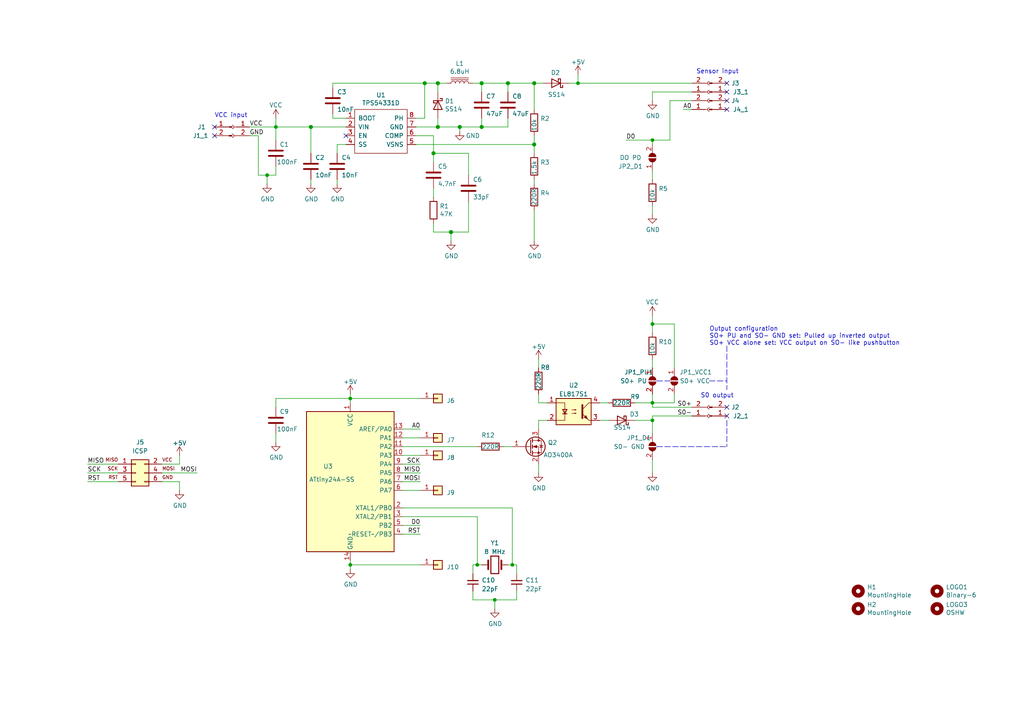
<source format=kicad_sch>
(kicad_sch (version 20210621) (generator eeschema)
  (paper "A4")
  (title_block (title "LasS0") (date "2021-06-03") (rev "v0.1"))
  (lib_symbols
    (symbol "Connector:Conn_01x02_Female" (pin_names (offset 1.016) hide)
      (property "Reference" "J" (at 0 2.54 0))
      (property "Value" "Conn_01x02_Female" (at 0 -5.08 0))
      (symbol "Conn_01x02_Female_1_1"
        (arc (start 0 -2.032) (end 0 -3.048) (radius (at 0 -2.54) (length 0.508) (angles 90.1 -90.1)) (stroke (width 0.1524)))
        (arc (start 0 0.508) (end 0 -0.508) (radius (at 0 0) (length 0.508) (angles 90.1 -90.1)) (stroke (width 0.1524)))
        (polyline (pts (xy -1.27 -2.54) (xy -0.508 -2.54)) (stroke (width 0.1524)))
        (polyline (pts (xy -1.27 0) (xy -0.508 0)) (stroke (width 0.1524)))
        (pin passive line (at -5.08 0 0) (length 3.81) (name "Pin_1") (number "1"))
        (pin passive line (at -5.08 -2.54 0) (length 3.81) (name "Pin_2") (number "2"))
      )
    )
    (symbol "Connector:Conn_01x02_Male" (pin_names (offset 1.016) hide)
      (property "Reference" "J" (at 0 2.54 0))
      (property "Value" "Conn_01x02_Male" (at 0 -5.08 0))
      (symbol "Conn_01x02_Male_1_1"
        (rectangle (start 0.8636 -2.413) (end 0 -2.667) (stroke (width 0.1524)) (fill (type outline)))
        (rectangle (start 0.8636 0.127) (end 0 -0.127) (stroke (width 0.1524)) (fill (type outline)))
        (polyline (pts (xy 1.27 -2.54) (xy 0.8636 -2.54)) (stroke (width 0.1524)))
        (polyline (pts (xy 1.27 0) (xy 0.8636 0)) (stroke (width 0.1524)))
        (pin passive line (at 5.08 0 180) (length 3.81) (name "Pin_1") (number "1"))
        (pin passive line (at 5.08 -2.54 180) (length 3.81) (name "Pin_2") (number "2"))
      )
    )
    (symbol "Connector_Generic:Conn_01x01" (pin_names (offset 1.016) hide)
      (property "Reference" "J" (at 0 2.54 0))
      (property "Value" "Conn_01x01" (at 0 -2.54 0))
      (symbol "Conn_01x01_1_1"
        (rectangle (start -1.27 0.127) (end 0 -0.127) (stroke (width 0.1524)))
        (rectangle (start -1.27 1.27) (end 1.27 -1.27) (stroke (width 0.254)) (fill (type background)))
        (pin passive line (at -5.08 0 0) (length 3.81) (name "Pin_1") (number "1"))
      )
    )
    (symbol "Device:C" (pin_numbers hide) (pin_names (offset 0.254))
      (property "Reference" "C" (at 0.635 2.54 0))
      (property "Value" "C" (at 0.635 -2.54 0))
      (symbol "C_0_1"
        (polyline (pts (xy -2.032 -0.762) (xy 2.032 -0.762)) (stroke (width 0.508)))
        (polyline (pts (xy -2.032 0.762) (xy 2.032 0.762)) (stroke (width 0.508)))
      )
      (symbol "C_1_1"
        (pin passive line (at 0 3.81 270) (length 2.794) (name "~") (number "1"))
        (pin passive line (at 0 -3.81 90) (length 2.794) (name "~") (number "2"))
      )
    )
    (symbol "Device:C_Small" (pin_numbers hide) (pin_names (offset 0.254) hide)
      (property "Reference" "C" (at 0.254 1.778 0))
      (property "Value" "C_Small" (at 0.254 -2.032 0))
      (symbol "C_Small_0_1"
        (polyline (pts (xy -1.524 -0.508) (xy 1.524 -0.508)) (stroke (width 0.3302)))
        (polyline (pts (xy -1.524 0.508) (xy 1.524 0.508)) (stroke (width 0.3048)))
      )
      (symbol "C_Small_1_1"
        (pin passive line (at 0 2.54 270) (length 2.032) (name "~") (number "1"))
        (pin passive line (at 0 -2.54 90) (length 2.032) (name "~") (number "2"))
      )
    )
    (symbol "Device:Crystal" (pin_numbers hide) (pin_names (offset 1.016) hide)
      (property "Reference" "Y" (at 0 3.81 0))
      (property "Value" "Crystal" (at 0 -3.81 0))
      (symbol "Crystal_0_1"
        (rectangle (start -1.143 2.54) (end 1.143 -2.54) (stroke (width 0.3048)))
        (polyline (pts (xy -2.54 0) (xy -1.905 0)))
        (polyline (pts (xy -1.905 -1.27) (xy -1.905 1.27)) (stroke (width 0.508)))
        (polyline (pts (xy 1.905 -1.27) (xy 1.905 1.27)) (stroke (width 0.508)))
        (polyline (pts (xy 2.54 0) (xy 1.905 0)))
      )
      (symbol "Crystal_1_1"
        (pin passive line (at -3.81 0 0) (length 1.27) (name "1") (number "1"))
        (pin passive line (at 3.81 0 180) (length 1.27) (name "2") (number "2"))
      )
    )
    (symbol "Device:L_Iron" (pin_numbers hide) (pin_names (offset 1.016) hide)
      (property "Reference" "L" (at -1.27 0 90))
      (property "Value" "L_Iron" (at 2.794 0 90))
      (symbol "L_Iron_0_1"
        (arc (start 0 -2.54) (end 0 -1.27) (radius (at 0 -1.905) (length 0.635) (angles -89.9 89.9)))
        (arc (start 0 -1.27) (end 0 0) (radius (at 0 -0.635) (length 0.635) (angles -89.9 89.9)))
        (arc (start 0 0) (end 0 1.27) (radius (at 0 0.635) (length 0.635) (angles -89.9 89.9)))
        (arc (start 0 1.27) (end 0 2.54) (radius (at 0 1.905) (length 0.635) (angles -89.9 89.9)))
        (polyline (pts (xy 1.016 2.54) (xy 1.016 -2.54)))
        (polyline (pts (xy 1.524 -2.54) (xy 1.524 2.54)))
      )
      (symbol "L_Iron_1_1"
        (pin passive line (at 0 3.81 270) (length 1.27) (name "1") (number "1"))
        (pin passive line (at 0 -3.81 90) (length 1.27) (name "2") (number "2"))
      )
    )
    (symbol "Device:R" (pin_numbers hide) (pin_names (offset 0))
      (property "Reference" "R" (at 2.032 0 90))
      (property "Value" "R" (at 0 0 90))
      (symbol "R_0_1"
        (rectangle (start -1.016 -2.54) (end 1.016 2.54) (stroke (width 0.254)))
      )
      (symbol "R_1_1"
        (pin passive line (at 0 3.81 270) (length 1.27) (name "~") (number "1"))
        (pin passive line (at 0 -3.81 90) (length 1.27) (name "~") (number "2"))
      )
    )
    (symbol "Isolator:LTV-817S" (pin_names (offset 1.016))
      (property "Reference" "U" (at -3.81 5.08 0))
      (property "Value" "LTV-817S" (at 0 -5.08 0))
      (symbol "LTV-817S_1_1"
        (rectangle (start -5.08 3.81) (end 5.08 -3.81) (stroke (width 0.254)) (fill (type background)))
        (polyline (pts (xy -3.175 -0.635) (xy -1.905 -0.635)) (stroke (width 0.254)))
        (polyline (pts (xy 2.54 0.635) (xy 4.445 2.54)))
        (polyline (pts (xy 4.445 -2.54) (xy 5.08 -2.54)))
        (polyline (pts (xy 4.445 2.54) (xy 5.08 2.54)))
        (polyline (pts (xy -5.08 2.54) (xy -2.54 2.54) (xy -2.54 -0.762)))
        (polyline (pts (xy -2.54 -0.635) (xy -2.54 -2.54) (xy -5.08 -2.54)))
        (polyline (pts (xy 2.54 1.905) (xy 2.54 -1.905) (xy 2.54 -1.905)) (stroke (width 0.508)))
        (polyline (pts (xy -2.54 -0.635) (xy -3.175 0.635) (xy -1.905 0.635) (xy -2.54 -0.635)) (stroke (width 0.254)))
        (polyline (pts (xy -0.508 -0.508) (xy 0.762 -0.508) (xy 0.381 -0.635) (xy 0.381 -0.381) (xy 0.762 -0.508)))
        (polyline (pts (xy -0.508 0.508) (xy 0.762 0.508) (xy 0.381 0.381) (xy 0.381 0.635) (xy 0.762 0.508)))
        (polyline (pts (xy 4.445 -2.54) (xy 2.54 -0.635)) (fill (type outline)))
        (polyline (pts (xy 3.048 -1.651) (xy 3.556 -1.143) (xy 4.064 -2.159) (xy 3.048 -1.651) (xy 3.048 -1.651)) (fill (type outline)))
        (pin passive line (at -7.62 2.54 0) (length 2.54) (name "~") (number "1"))
        (pin passive line (at -7.62 -2.54 0) (length 2.54) (name "~") (number "2"))
        (pin passive line (at 7.62 -2.54 180) (length 2.54) (name "~") (number "3"))
        (pin passive line (at 7.62 2.54 180) (length 2.54) (name "~") (number "4"))
      )
    )
    (symbol "Jumper:SolderJumper_2_Open" (pin_names (offset 0) hide)
      (property "Reference" "JP" (at 0 2.032 0))
      (property "Value" "SolderJumper_2_Open" (at 0 -2.54 0))
      (symbol "SolderJumper_2_Open_0_1"
        (arc (start -0.254 1.016) (end -0.254 -1.016) (radius (at -0.254 0) (length 1.016) (angles 90.1 -90.1)))
        (arc (start 0.254 -1.016) (end 0.254 1.016) (radius (at 0.254 0) (length 1.016) (angles -89.9 89.9)))
        (arc (start -0.254 1.016) (end -0.254 -1.016) (radius (at -0.254 0) (length 1.016) (angles 90.1 -90.1)) (fill (type outline)))
        (arc (start 0.254 -1.016) (end 0.254 1.016) (radius (at 0.254 0) (length 1.016) (angles -89.9 89.9)) (fill (type outline)))
        (polyline (pts (xy -0.254 1.016) (xy -0.254 -1.016)))
        (polyline (pts (xy 0.254 1.016) (xy 0.254 -1.016)))
      )
      (symbol "SolderJumper_2_Open_1_1"
        (pin passive line (at -3.81 0 0) (length 2.54) (name "A") (number "1"))
        (pin passive line (at 3.81 0 180) (length 2.54) (name "B") (number "2"))
      )
    )
    (symbol "MCU_Microchip_ATtiny:ATtiny24A-SS"
      (property "Reference" "U" (at -12.7 21.59 0))
      (property "Value" "ATtiny24A-SS" (at 2.54 -21.59 0))
      (symbol "ATtiny24A-SS_0_1"
        (rectangle (start -12.7 -20.32) (end 12.7 20.32) (stroke (width 0.254)) (fill (type background)))
      )
      (symbol "ATtiny24A-SS_1_1"
        (pin power_in line (at 0 22.86 270) (length 2.54) (name "VCC") (number "1"))
        (pin bidirectional line (at 15.24 7.62 180) (length 2.54) (name "PA3") (number "10"))
        (pin bidirectional line (at 15.24 10.16 180) (length 2.54) (name "PA2") (number "11"))
        (pin bidirectional line (at 15.24 12.7 180) (length 2.54) (name "PA1") (number "12"))
        (pin bidirectional line (at 15.24 15.24 180) (length 2.54) (name "AREF/PA0") (number "13"))
        (pin power_in line (at 0 -22.86 90) (length 2.54) (name "GND") (number "14"))
        (pin bidirectional line (at 15.24 -7.62 180) (length 2.54) (name "XTAL1/PB0") (number "2"))
        (pin bidirectional line (at 15.24 -10.16 180) (length 2.54) (name "XTAL2/PB1") (number "3"))
        (pin bidirectional line (at 15.24 -15.24 180) (length 2.54) (name "~RESET~/PB3") (number "4"))
        (pin bidirectional line (at 15.24 -12.7 180) (length 2.54) (name "PB2") (number "5"))
        (pin bidirectional line (at 15.24 -2.54 180) (length 2.54) (name "PA7") (number "6"))
        (pin bidirectional line (at 15.24 0 180) (length 2.54) (name "PA6") (number "7"))
        (pin bidirectional line (at 15.24 2.54 180) (length 2.54) (name "PA5") (number "8"))
        (pin bidirectional line (at 15.24 5.08 180) (length 2.54) (name "PA4") (number "9"))
      )
    )
    (symbol "Mechanical:MountingHole" (pin_names (offset 1.016))
      (property "Reference" "H" (at 0 5.08 0))
      (property "Value" "MountingHole" (at 0 3.175 0))
      (symbol "MountingHole_0_1"
        (circle (center 0 0) (radius 1.27) (stroke (width 1.27)))
      )
    )
    (symbol "MeineBib:ICSP" (pin_names (offset 1.016) hide)
      (property "Reference" "J" (at 1.27 5.08 0))
      (property "Value" "ICSP" (at 1.27 -5.08 0))
      (symbol "ICSP_0_0"
        (text "GND" (at 7.62 -1.27 0) (effects (font (size 0.9906 0.9906)) (justify left)))
        (text "MISO" (at -5.08 3.81 0) (effects (font (size 0.9906 0.9906)) (justify right)))
        (text "MOSI" (at 7.62 1.27 0) (effects (font (size 0.9906 0.9906)) (justify left)))
        (text "RST" (at -5.08 -1.27 0) (effects (font (size 0.9906 0.9906)) (justify right)))
        (text "SCK" (at -5.08 1.27 0) (effects (font (size 0.9906 0.9906)) (justify right)))
        (text "VCC" (at 7.62 3.81 0) (effects (font (size 0.9906 0.9906)) (justify left)))
      )
      (symbol "ICSP_1_1"
        (rectangle (start -1.27 -2.413) (end 0 -2.667) (stroke (width 0.1524)))
        (rectangle (start -1.27 0.127) (end 0 -0.127) (stroke (width 0.1524)))
        (rectangle (start -1.27 2.667) (end 0 2.413) (stroke (width 0.1524)))
        (rectangle (start 3.81 -2.413) (end 2.54 -2.667) (stroke (width 0.1524)))
        (rectangle (start 3.81 0.127) (end 2.54 -0.127) (stroke (width 0.1524)))
        (rectangle (start 3.81 2.667) (end 2.54 2.413) (stroke (width 0.1524)))
        (rectangle (start -1.27 3.81) (end 3.81 -3.81) (stroke (width 0.254)) (fill (type background)))
        (pin passive line (at -5.08 2.54 0) (length 3.81) (name "MISO") (number "1"))
        (pin passive line (at 7.62 2.54 180) (length 3.81) (name "VCC") (number "2"))
        (pin passive line (at -5.08 0 0) (length 3.81) (name "SCK") (number "3"))
        (pin passive line (at 7.62 0 180) (length 3.81) (name "MOSI") (number "4"))
        (pin passive line (at -5.08 -2.54 0) (length 3.81) (name "RST") (number "5"))
        (pin passive line (at 7.62 -2.54 180) (length 3.81) (name "GND") (number "6"))
      )
    )
    (symbol "MeineBibli:SS14" (pin_numbers hide) (pin_names (offset 1.016) hide)
      (property "Reference" "D" (at 0 2.54 0))
      (property "Value" "SS14" (at 0 -2.54 0))
      (symbol "SS14_0_1"
        (polyline (pts (xy 1.27 0) (xy -1.27 0)))
        (polyline (pts (xy 1.27 1.27) (xy 1.27 -1.27) (xy -1.27 0) (xy 1.27 1.27)) (stroke (width 0.254)))
        (polyline (pts (xy -1.905 0.635) (xy -1.905 1.27) (xy -1.27 1.27) (xy -1.27 -1.27) (xy -0.635 -1.27) (xy -0.635 -0.635)) (stroke (width 0.254)))
      )
      (symbol "SS14_1_1"
        (pin passive line (at -3.81 0 0) (length 2.54) (name "K") (number "1"))
        (pin passive line (at 3.81 0 180) (length 2.54) (name "A") (number "2"))
      )
    )
    (symbol "MeineBibli:TPS54331D" (pin_names (offset 1.016))
      (property "Reference" "U" (at 0 10.16 0))
      (property "Value" "TPS54331D" (at 0 7.62 0))
      (property "LCSC" "C9865" (at 0 0 0))
      (symbol "TPS54331D_0_0"
        (pin input line (at -10.16 3.81 0) (length 2.54) (name "BOOT") (number "1"))
        (pin passive line (at -10.16 1.27 0) (length 2.54) (name "VIN") (number "2"))
        (pin input line (at -10.16 -1.27 0) (length 2.54) (name "EN") (number "3"))
        (pin input line (at -10.16 -3.81 0) (length 2.54) (name "SS") (number "4"))
        (pin input line (at 10.16 -3.81 180) (length 2.54) (name "VSNS") (number "5"))
        (pin input line (at 10.16 -1.27 180) (length 2.54) (name "COMP") (number "6"))
        (pin passive line (at 10.16 1.27 180) (length 2.54) (name "GND") (number "7"))
        (pin output line (at 10.16 3.81 180) (length 2.54) (name "PH") (number "8"))
      )
      (symbol "TPS54331D_0_1"
        (rectangle (start -7.62 6.35) (end 7.62 -6.35))
      )
    )
    (symbol "Transistor_FET:AO3400A" (pin_names hide)
      (property "Reference" "Q" (at 5.08 1.905 0))
      (property "Value" "AO3400A" (at 5.08 0 0))
      (symbol "AO3400A_0_1"
        (circle (center 1.651 0) (radius 2.794) (stroke (width 0.254)))
        (circle (center 2.54 -1.778) (radius 0.254) (fill (type outline)))
        (circle (center 2.54 1.778) (radius 0.254) (fill (type outline)))
        (polyline (pts (xy 0.254 0) (xy -2.54 0)))
        (polyline (pts (xy 0.254 1.905) (xy 0.254 -1.905)) (stroke (width 0.254)))
        (polyline (pts (xy 0.762 -1.27) (xy 0.762 -2.286)) (stroke (width 0.254)))
        (polyline (pts (xy 0.762 0.508) (xy 0.762 -0.508)) (stroke (width 0.254)))
        (polyline (pts (xy 0.762 2.286) (xy 0.762 1.27)) (stroke (width 0.254)))
        (polyline (pts (xy 2.54 2.54) (xy 2.54 1.778)))
        (polyline (pts (xy 2.54 -2.54) (xy 2.54 0) (xy 0.762 0)))
        (polyline (pts (xy 0.762 -1.778) (xy 3.302 -1.778) (xy 3.302 1.778) (xy 0.762 1.778)))
        (polyline (pts (xy 2.794 0.508) (xy 2.921 0.381) (xy 3.683 0.381) (xy 3.81 0.254)))
        (polyline (pts (xy 3.302 0.381) (xy 2.921 -0.254) (xy 3.683 -0.254) (xy 3.302 0.381)))
        (polyline (pts (xy 1.016 0) (xy 2.032 0.381) (xy 2.032 -0.381) (xy 1.016 0)) (fill (type outline)))
      )
      (symbol "AO3400A_1_1"
        (pin input line (at -5.08 0 0) (length 2.54) (name "G") (number "1"))
        (pin passive line (at 2.54 -5.08 90) (length 2.54) (name "S") (number "2"))
        (pin passive line (at 2.54 5.08 270) (length 2.54) (name "D") (number "3"))
      )
    )
    (symbol "power:+5V" (power) (pin_names (offset 0))
      (property "Value" "+5V" (at 0 3.556 0))
      (symbol "+5V_0_1"
        (polyline (pts (xy -0.762 1.27) (xy 0 2.54)))
        (polyline (pts (xy 0 0) (xy 0 2.54)))
        (polyline (pts (xy 0 2.54) (xy 0.762 1.27)))
      )
      (symbol "+5V_1_1"
        (pin power_in line (at 0 0 90) (length 0) hide (name "+5V") (number "1"))
      )
    )
    (symbol "power:GND" (power) (pin_names (offset 0))
      (property "Value" "GND" (at 0 -3.81 0))
      (symbol "GND_0_1"
        (polyline (pts (xy 0 0) (xy 0 -1.27) (xy 1.27 -1.27) (xy 0 -2.54) (xy -1.27 -1.27) (xy 0 -1.27)))
      )
      (symbol "GND_1_1"
        (pin power_in line (at 0 0 270) (length 0) hide (name "GND") (number "1"))
      )
    )
    (symbol "power:VCC" (power) (pin_names (offset 0))
      (property "Value" "VCC" (at 0 3.81 0))
      (symbol "VCC_0_1"
        (polyline (pts (xy -0.762 1.27) (xy 0 2.54)))
        (polyline (pts (xy 0 0) (xy 0 2.54)))
        (polyline (pts (xy 0 2.54) (xy 0.762 1.27)))
      )
      (symbol "VCC_1_1"
        (pin power_in line (at 0 0 90) (length 0) hide (name "VCC") (number "1"))
      )
    )
  )
  (junction (at 77.47 50.8) (diameter 0.9144))
  (junction (at 80.01 36.83) (diameter 0.9144))
  (junction (at 90.17 36.83) (diameter 1.016))
  (junction (at 101.6 115.57) (diameter 0.9144))
  (junction (at 101.6 163.83) (diameter 0.9144))
  (junction (at 123.19 24.13) (diameter 1.016))
  (junction (at 125.73 44.45) (diameter 1.016))
  (junction (at 127 24.13) (diameter 1.016))
  (junction (at 127 36.83) (diameter 1.016))
  (junction (at 130.81 67.31) (diameter 1.016))
  (junction (at 133.35 36.83) (diameter 1.016))
  (junction (at 138.43 163.83) (diameter 0.9144))
  (junction (at 139.7 24.13) (diameter 1.016))
  (junction (at 139.7 36.83) (diameter 1.016))
  (junction (at 143.51 173.99) (diameter 0.9144))
  (junction (at 147.32 24.13) (diameter 1.016))
  (junction (at 148.59 163.83) (diameter 0.9144))
  (junction (at 154.94 24.13) (diameter 1.016))
  (junction (at 154.94 41.91) (diameter 1.016))
  (junction (at 167.64 24.13) (diameter 0.9144))
  (junction (at 189.23 40.64) (diameter 0.9144))
  (junction (at 189.23 93.98) (diameter 0.9144))
  (junction (at 189.23 116.84) (diameter 0.9144))
  (junction (at 189.23 121.92) (diameter 0.9144))
  (no_connect (at 62.23 36.83))
  (no_connect (at 62.23 39.37))
  (no_connect (at 100.33 39.37))
  (no_connect (at 210.82 24.13))
  (no_connect (at 210.82 26.67))
  (no_connect (at 210.82 29.21))
  (no_connect (at 210.82 31.75))
  (no_connect (at 210.82 118.11))
  (no_connect (at 210.82 120.65))
  (wire (pts (xy 25.4 134.62) (xy 34.29 134.62)))
  (wire (pts (xy 25.4 137.16) (xy 34.29 137.16)))
  (wire (pts (xy 25.4 139.7) (xy 34.29 139.7)))
  (wire (pts (xy 46.99 134.62) (xy 52.07 134.62)))
  (wire (pts (xy 46.99 137.16) (xy 57.15 137.16)))
  (wire (pts (xy 46.99 139.7) (xy 52.07 139.7)))
  (wire (pts (xy 52.07 134.62) (xy 52.07 132.08)))
  (wire (pts (xy 52.07 139.7) (xy 52.07 142.24)))
  (wire (pts (xy 72.39 36.83) (xy 80.01 36.83)))
  (wire (pts (xy 72.39 39.37) (xy 74.93 39.37)))
  (wire (pts (xy 74.93 39.37) (xy 74.93 50.8)))
  (wire (pts (xy 77.47 50.8) (xy 74.93 50.8)))
  (wire (pts (xy 77.47 50.8) (xy 80.01 50.8)))
  (wire (pts (xy 77.47 53.34) (xy 77.47 50.8)))
  (wire (pts (xy 80.01 34.29) (xy 80.01 36.83)))
  (wire (pts (xy 80.01 36.83) (xy 80.01 40.64)))
  (wire (pts (xy 80.01 36.83) (xy 90.17 36.83)))
  (wire (pts (xy 80.01 48.26) (xy 80.01 50.8)))
  (wire (pts (xy 80.01 115.57) (xy 80.01 118.11)))
  (wire (pts (xy 80.01 125.73) (xy 80.01 128.27)))
  (wire (pts (xy 90.17 36.83) (xy 90.17 44.45)))
  (wire (pts (xy 90.17 52.07) (xy 90.17 53.34)))
  (wire (pts (xy 96.52 24.13) (xy 96.52 25.4)))
  (wire (pts (xy 96.52 24.13) (xy 123.19 24.13)))
  (wire (pts (xy 96.52 34.29) (xy 96.52 33.02)))
  (wire (pts (xy 97.79 41.91) (xy 97.79 44.45)))
  (wire (pts (xy 97.79 52.07) (xy 97.79 53.34)))
  (wire (pts (xy 100.33 34.29) (xy 96.52 34.29)))
  (wire (pts (xy 100.33 36.83) (xy 90.17 36.83)))
  (wire (pts (xy 100.33 41.91) (xy 97.79 41.91)))
  (wire (pts (xy 101.6 114.3) (xy 101.6 115.57)))
  (wire (pts (xy 101.6 115.57) (xy 80.01 115.57)))
  (wire (pts (xy 101.6 115.57) (xy 101.6 116.84)))
  (wire (pts (xy 101.6 115.57) (xy 121.92 115.57)))
  (wire (pts (xy 101.6 162.56) (xy 101.6 163.83)))
  (wire (pts (xy 101.6 163.83) (xy 101.6 165.1)))
  (wire (pts (xy 101.6 163.83) (xy 121.92 163.83)))
  (wire (pts (xy 116.84 124.46) (xy 121.92 124.46)))
  (wire (pts (xy 116.84 127) (xy 121.92 127)))
  (wire (pts (xy 116.84 129.54) (xy 138.43 129.54)))
  (wire (pts (xy 116.84 132.08) (xy 121.92 132.08)))
  (wire (pts (xy 116.84 134.62) (xy 121.92 134.62)))
  (wire (pts (xy 116.84 137.16) (xy 121.92 137.16)))
  (wire (pts (xy 116.84 139.7) (xy 121.92 139.7)))
  (wire (pts (xy 116.84 142.24) (xy 121.92 142.24)))
  (wire (pts (xy 116.84 147.32) (xy 148.59 147.32)))
  (wire (pts (xy 116.84 149.86) (xy 138.43 149.86)))
  (wire (pts (xy 116.84 152.4) (xy 121.92 152.4)))
  (wire (pts (xy 116.84 154.94) (xy 121.92 154.94)))
  (wire (pts (xy 120.65 34.29) (xy 123.19 34.29)))
  (wire (pts (xy 120.65 36.83) (xy 127 36.83)))
  (wire (pts (xy 120.65 39.37) (xy 125.73 39.37)))
  (wire (pts (xy 120.65 41.91) (xy 154.94 41.91)))
  (wire (pts (xy 123.19 24.13) (xy 123.19 34.29)))
  (wire (pts (xy 125.73 39.37) (xy 125.73 44.45)))
  (wire (pts (xy 125.73 44.45) (xy 125.73 46.99)))
  (wire (pts (xy 125.73 44.45) (xy 135.89 44.45)))
  (wire (pts (xy 125.73 54.61) (xy 125.73 57.15)))
  (wire (pts (xy 125.73 64.77) (xy 125.73 67.31)))
  (wire (pts (xy 125.73 67.31) (xy 130.81 67.31)))
  (wire (pts (xy 127 24.13) (xy 123.19 24.13)))
  (wire (pts (xy 127 24.13) (xy 127 26.67)))
  (wire (pts (xy 127 24.13) (xy 129.54 24.13)))
  (wire (pts (xy 127 36.83) (xy 127 34.29)))
  (wire (pts (xy 127 36.83) (xy 133.35 36.83)))
  (wire (pts (xy 130.81 67.31) (xy 135.89 67.31)))
  (wire (pts (xy 130.81 69.85) (xy 130.81 67.31)))
  (wire (pts (xy 133.35 36.83) (xy 139.7 36.83)))
  (wire (pts (xy 133.35 38.1) (xy 133.35 36.83)))
  (wire (pts (xy 135.89 44.45) (xy 135.89 50.8)))
  (wire (pts (xy 135.89 67.31) (xy 135.89 58.42)))
  (wire (pts (xy 137.16 24.13) (xy 139.7 24.13)))
  (wire (pts (xy 137.16 163.83) (xy 138.43 163.83)))
  (wire (pts (xy 137.16 166.37) (xy 137.16 163.83)))
  (wire (pts (xy 137.16 171.45) (xy 137.16 173.99)))
  (wire (pts (xy 137.16 173.99) (xy 143.51 173.99)))
  (wire (pts (xy 138.43 149.86) (xy 138.43 163.83)))
  (wire (pts (xy 138.43 163.83) (xy 139.7 163.83)))
  (wire (pts (xy 139.7 24.13) (xy 139.7 26.67)))
  (wire (pts (xy 139.7 24.13) (xy 147.32 24.13)))
  (wire (pts (xy 139.7 36.83) (xy 139.7 34.29)))
  (wire (pts (xy 143.51 173.99) (xy 143.51 176.53)))
  (wire (pts (xy 143.51 173.99) (xy 149.86 173.99)))
  (wire (pts (xy 146.05 129.54) (xy 148.59 129.54)))
  (wire (pts (xy 147.32 24.13) (xy 147.32 26.67)))
  (wire (pts (xy 147.32 24.13) (xy 154.94 24.13)))
  (wire (pts (xy 147.32 34.29) (xy 147.32 36.83)))
  (wire (pts (xy 147.32 36.83) (xy 139.7 36.83)))
  (wire (pts (xy 147.32 163.83) (xy 148.59 163.83)))
  (wire (pts (xy 148.59 147.32) (xy 148.59 163.83)))
  (wire (pts (xy 148.59 163.83) (xy 149.86 163.83)))
  (wire (pts (xy 149.86 163.83) (xy 149.86 166.37)))
  (wire (pts (xy 149.86 173.99) (xy 149.86 171.45)))
  (wire (pts (xy 154.94 24.13) (xy 157.48 24.13)))
  (wire (pts (xy 154.94 31.75) (xy 154.94 24.13)))
  (wire (pts (xy 154.94 41.91) (xy 154.94 39.37)))
  (wire (pts (xy 154.94 44.45) (xy 154.94 41.91)))
  (wire (pts (xy 154.94 52.07) (xy 154.94 53.34)))
  (wire (pts (xy 154.94 60.96) (xy 154.94 69.85)))
  (wire (pts (xy 156.21 104.14) (xy 156.21 106.68)))
  (wire (pts (xy 156.21 114.3) (xy 156.21 116.84)))
  (wire (pts (xy 156.21 116.84) (xy 158.75 116.84)))
  (wire (pts (xy 156.21 121.92) (xy 158.75 121.92)))
  (wire (pts (xy 156.21 124.46) (xy 156.21 121.92)))
  (wire (pts (xy 156.21 134.62) (xy 156.21 137.16)))
  (wire (pts (xy 165.1 24.13) (xy 167.64 24.13)))
  (wire (pts (xy 167.64 21.59) (xy 167.64 24.13)))
  (wire (pts (xy 167.64 24.13) (xy 200.66 24.13)))
  (wire (pts (xy 173.99 116.84) (xy 176.53 116.84)))
  (wire (pts (xy 173.99 121.92) (xy 176.53 121.92)))
  (wire (pts (xy 181.61 40.64) (xy 189.23 40.64)))
  (wire (pts (xy 184.15 116.84) (xy 189.23 116.84)))
  (wire (pts (xy 189.23 26.67) (xy 189.23 29.21)))
  (wire (pts (xy 189.23 40.64) (xy 189.23 41.91)))
  (wire (pts (xy 189.23 40.64) (xy 194.31 40.64)))
  (wire (pts (xy 189.23 49.53) (xy 189.23 52.07)))
  (wire (pts (xy 189.23 59.69) (xy 189.23 62.23)))
  (wire (pts (xy 189.23 91.44) (xy 189.23 93.98)))
  (wire (pts (xy 189.23 93.98) (xy 189.23 96.52)))
  (wire (pts (xy 189.23 104.14) (xy 189.23 106.68)))
  (wire (pts (xy 189.23 114.3) (xy 189.23 116.84)))
  (wire (pts (xy 189.23 116.84) (xy 189.23 118.11)))
  (wire (pts (xy 189.23 116.84) (xy 195.58 116.84)))
  (wire (pts (xy 189.23 118.11) (xy 200.66 118.11)))
  (wire (pts (xy 189.23 120.65) (xy 189.23 121.92)))
  (wire (pts (xy 189.23 121.92) (xy 184.15 121.92)))
  (wire (pts (xy 189.23 121.92) (xy 189.23 125.73)))
  (wire (pts (xy 189.23 133.35) (xy 189.23 137.16)))
  (wire (pts (xy 194.31 29.21) (xy 194.31 40.64)))
  (wire (pts (xy 194.31 29.21) (xy 200.66 29.21)))
  (wire (pts (xy 195.58 93.98) (xy 189.23 93.98)))
  (wire (pts (xy 195.58 93.98) (xy 195.58 106.68)))
  (wire (pts (xy 195.58 114.3) (xy 195.58 116.84)))
  (wire (pts (xy 198.12 31.75) (xy 200.66 31.75)))
  (wire (pts (xy 200.66 26.67) (xy 189.23 26.67)))
  (wire (pts (xy 200.66 120.65) (xy 189.23 120.65)))
  (polyline (pts (xy 190.5 110.49) (xy 194.31 110.49)) (stroke (width 0) (type dash)))
  (polyline (pts (xy 190.5 129.54) (xy 210.82 129.54)) (stroke (width 0) (type dash)))
  (polyline (pts (xy 205.74 110.49) (xy 210.82 110.49)) (stroke (width 0) (type dash)))
  (polyline (pts (xy 210.82 100.33) (xy 210.82 113.03)) (stroke (width 0) (type dash)))
  (polyline (pts (xy 210.82 121.92) (xy 210.82 129.54)) (stroke (width 0) (type dash)))
  (text "VCC input" (at 62.23 34.29 0) (effects (font (size 1.27 1.27)) (justify left bottom)))
  (text "Sensor input" (at 201.93 21.59 0) (effects (font (size 1.27 1.27)) (justify left bottom)))
  (text "S0 output" (at 203.2 115.57 0) (effects (font (size 1.27 1.27)) (justify left bottom)))
  (text "Output configuration\nSO+ PU and SO- GND set: Pulled up inverted output\nSO+ VCC alone set: VCC output on SO- like pushbutton" (at 205.74 100.33 0) (effects (font (size 1.27 1.27)) (justify left bottom)))
  (label "MISO" (at 25.4 134.62 0))
  (label "SCK" (at 25.4 137.16 0))
  (label "RST" (at 25.4 139.7 0))
  (label "MOSI" (at 57.15 137.16 180))
  (label "VCC" (at 72.39 36.83 0))
  (label "GND" (at 72.39 39.37 0))
  (label "A0" (at 121.92 124.46 180))
  (label "SCK" (at 121.92 134.62 180))
  (label "MISO" (at 121.92 137.16 180))
  (label "MOSI" (at 121.92 139.7 180))
  (label "D0" (at 121.92 152.4 180))
  (label "RST" (at 121.92 154.94 180))
  (label "D0" (at 181.61 40.64 0))
  (label "A0" (at 198.12 31.75 0))
  (label "S0+" (at 200.66 118.11 180))
  (label "S0-" (at 200.66 120.65 180))
  (symbol (lib_id "power:+5V") (at 52.07 132.08 0) (unit 1)
    (property "Reference" "#PWR09" (effects hide))
    (property "Value" "+5V" (at 52.07 128.524 0))
  )
  (symbol (lib_id "power:VCC") (at 80.01 34.29 0) (unit 1)
    (property "Reference" "#PWR02" (effects hide))
    (property "Value" "VCC" (at 80.01 30.48 0))
  )
  (symbol (lib_id "power:+5V") (at 101.6 114.3 0) (unit 1)
    (property "Reference" "#PWR017" (effects hide))
    (property "Value" "+5V" (at 101.6 110.744 0))
  )
  (symbol (lib_id "power:+5V") (at 156.21 104.14 0) (unit 1)
    (property "Reference" "#PWR011" (effects hide))
    (property "Value" "+5V" (at 156.21 100.584 0))
  )
  (symbol (lib_id "power:+5V") (at 167.64 21.59 0) (unit 1)
    (property "Reference" "#PWR08" (effects hide))
    (property "Value" "+5V" (at 167.64 18.034 0))
  )
  (symbol (lib_id "power:VCC") (at 189.23 91.44 0) (unit 1)
    (property "Reference" "#PWR013" (effects hide))
    (property "Value" "VCC" (at 189.23 87.63 0))
  )
  (symbol (lib_id "power:GND") (at 52.07 142.24 0) (unit 1)
    (property "Reference" "#PWR010" (effects hide))
    (property "Value" "GND" (at 52.197 146.6342 0))
  )
  (symbol (lib_id "power:GND") (at 77.47 53.34 0) (unit 1)
    (property "Reference" "#PWR01" (effects hide))
    (property "Value" "GND" (at 77.597 57.7342 0))
  )
  (symbol (lib_id "power:GND") (at 80.01 128.27 0) (unit 1)
    (property "Reference" "#PWR016" (effects hide))
    (property "Value" "GND" (at 80.137 132.6642 0))
  )
  (symbol (lib_id "power:GND") (at 90.17 53.34 0) (unit 1)
    (property "Reference" "#PWR03" (effects hide))
    (property "Value" "GND" (at 90.297 57.7342 0))
  )
  (symbol (lib_id "power:GND") (at 97.79 53.34 0) (unit 1)
    (property "Reference" "#PWR04" (effects hide))
    (property "Value" "GND" (at 97.917 57.7342 0))
  )
  (symbol (lib_id "power:GND") (at 101.6 165.1 0) (unit 1)
    (property "Reference" "#PWR018" (effects hide))
    (property "Value" "GND" (at 101.727 169.4942 0))
  )
  (symbol (lib_id "power:GND") (at 130.81 69.85 0) (unit 1)
    (property "Reference" "#PWR05" (effects hide))
    (property "Value" "GND" (at 130.937 74.2442 0))
  )
  (symbol (lib_id "power:GND") (at 133.35 38.1 0) (unit 1)
    (property "Reference" "#PWR06" (effects hide))
    (property "Value" "GND" (at 137.16 39.37 0))
  )
  (symbol (lib_id "power:GND") (at 143.51 176.53 0) (unit 1)
    (property "Reference" "#PWR019" (effects hide))
    (property "Value" "GND" (at 143.637 180.9242 0))
  )
  (symbol (lib_id "power:GND") (at 154.94 69.85 0) (unit 1)
    (property "Reference" "#PWR07" (effects hide))
    (property "Value" "GND" (at 155.067 74.2442 0))
  )
  (symbol (lib_id "power:GND") (at 156.21 137.16 0) (unit 1)
    (property "Reference" "#PWR012" (effects hide))
    (property "Value" "GND" (at 156.337 141.5542 0))
  )
  (symbol (lib_id "power:GND") (at 189.23 29.21 0) (unit 1)
    (property "Reference" "#PWR015" (effects hide))
    (property "Value" "GND" (at 189.357 33.6042 0))
  )
  (symbol (lib_id "power:GND") (at 189.23 62.23 0) (unit 1)
    (property "Reference" "#PWR020" (effects hide))
    (property "Value" "GND" (at 189.357 66.6242 0))
  )
  (symbol (lib_id "power:GND") (at 189.23 137.16 0) (unit 1)
    (property "Reference" "#PWR014" (effects hide))
    (property "Value" "GND" (at 189.357 141.5542 0))
  )
  (symbol (lib_id "Mechanical:MountingHole") (at 248.92 171.45 0) (unit 1) (in_bom no)
    (property "Reference" "H1" (at 251.4601 170.3006 0) (effects (justify left)))
    (property "Value" "MountingHole" (at 251.4601 172.5993 0) (effects (justify left)))
    (property "Footprint" "MeineBib:EigenesMountingHole_2.7mm_M2.5" (effects hide))
  )
  (symbol (lib_id "Mechanical:MountingHole") (at 248.92 176.53 0) (unit 1) (in_bom no)
    (property "Reference" "H2" (at 251.4601 175.3806 0) (effects (justify left)))
    (property "Value" "MountingHole" (at 251.4601 177.6793 0) (effects (justify left)))
    (property "Footprint" "MeineBib:EigenesMountingHole_2.7mm_M2.5" (effects hide))
  )
  (symbol (lib_id "Mechanical:MountingHole") (at 271.78 171.45 0) (unit 1) (in_bom no)
    (property "Reference" "LOGO1" (at 274.32 170.2816 0) (effects (justify left)))
    (property "Value" "Binary-6" (at 274.32 172.593 0) (effects (justify left)))
    (property "Footprint" "MeineBib:Binary_6_v0.1" (effects hide))
  )
  (symbol (lib_id "Mechanical:MountingHole") (at 271.78 176.53 0) (unit 1) (in_bom no)
    (property "Reference" "LOGO3" (at 274.32 175.362 0) (effects (justify left)))
    (property "Value" "OSHW" (at 274.32 177.673 0) (effects (justify left)))
    (property "Footprint" "Symbol:OSHW-Symbol_6.7x6mm_SilkScreen" (effects hide))
  )
  (symbol (lib_id "Device:L_Iron") (at 133.35 24.13 270) (mirror x) (unit 1)
    (property "Reference" "L1" (at 133.35 18.415 90))
    (property "Value" "6.8uH" (at 133.35 20.7264 90))
    (property "Footprint" "MeineBib:Sunltech_SLO0630H" (effects hide))
    (property "Datasheet" "https://datasheet.lcsc.com/szlcsc/1811091611_Sunltech-Tech-SLO0630H6R8MTT_C207841.pdf" (effects hide))
    (property "LCSC" "C207841" (effects hide))
  )
  (symbol (lib_id "Jumper:SolderJumper_2_Open") (at 189.23 45.72 270) (mirror x) (unit 1) (in_bom no)
    (property "Reference" "JP2_D1" (at 182.88 48.26 90))
    (property "Value" "DO PD" (at 182.88 45.72 90))
    (property "Footprint" "Jumper:SolderJumper-2_P1.3mm_Open_TrianglePad1.0x1.5mm" (effects hide))
  )
  (symbol (lib_id "Jumper:SolderJumper_2_Open") (at 189.23 110.49 90) (mirror x) (unit 1) (in_bom no)
    (property "Reference" "JP1_PU1" (at 185.293 107.95 90))
    (property "Value" "S0+ PU" (at 183.794 110.49 90))
    (property "Footprint" "Jumper:SolderJumper-2_P1.3mm_Open_TrianglePad1.0x1.5mm" (effects hide))
  )
  (symbol (lib_id "Jumper:SolderJumper_2_Open") (at 189.23 129.54 90) (mirror x) (unit 1) (in_bom no)
    (property "Reference" "JP1_D1" (at 185.293 127 90))
    (property "Value" "S0- GND" (at 182.524 129.54 90))
    (property "Footprint" "Jumper:SolderJumper-2_P1.3mm_Open_TrianglePad1.0x1.5mm" (effects hide))
  )
  (symbol (lib_id "Jumper:SolderJumper_2_Open") (at 195.58 110.49 90) (mirror x) (unit 1) (in_bom no)
    (property "Reference" "JP1_VCC1" (at 201.803 107.95 90))
    (property "Value" "S0+ VCC" (at 201.574 110.49 90))
    (property "Footprint" "Jumper:SolderJumper-2_P1.3mm_Open_TrianglePad1.0x1.5mm" (effects hide))
  )
  (symbol (lib_id "Connector:Conn_01x02_Male") (at 67.31 36.83 0) (mirror y) (unit 1) (on_board no)
    (property "Reference" "J1_1" (at 55.88 39.37 0) (effects (justify right)))
    (property "Value" "CiKe2PinPlug" (effects hide))
    (property "LCSC" "C71370" (effects hide))
  )
  (symbol (lib_id "Connector:Conn_01x02_Male") (at 205.74 26.67 0) (mirror x) (unit 1) (on_board no)
    (property "Reference" "J3_1" (at 217.17 26.67 0) (effects (justify right)))
    (property "Value" "CiKe2PinPlug" (effects hide))
    (property "LCSC" "C71370" (effects hide))
  )
  (symbol (lib_id "Connector:Conn_01x02_Male") (at 205.74 31.75 0) (mirror x) (unit 1) (on_board no)
    (property "Reference" "J4_1" (at 217.17 31.75 0) (effects (justify right)))
    (property "Value" "CiKe2PinPlug" (effects hide))
    (property "LCSC" "C71370" (effects hide))
  )
  (symbol (lib_id "Connector:Conn_01x02_Male") (at 205.74 120.65 0) (mirror x) (unit 1) (on_board no)
    (property "Reference" "J2_1" (at 217.17 120.65 0) (effects (justify right)))
    (property "Value" "CiKe2PinPlug" (effects hide))
    (property "LCSC" "C71370" (effects hide))
  )
  (symbol (lib_id "Connector_Generic:Conn_01x01") (at 127 115.57 0) (unit 1)
    (property "Reference" "J6" (at 129.54 116.2049 0) (effects (justify left)))
    (property "Value" "Conn_01x01" (effects hide))
    (property "Footprint" "MeineModule:PinheaderOwn" (effects hide))
  )
  (symbol (lib_id "Connector_Generic:Conn_01x01") (at 127 127 0) (unit 1)
    (property "Reference" "J7" (at 129.54 127.6349 0) (effects (justify left)))
    (property "Value" "Conn_01x01" (effects hide))
    (property "Footprint" "MeineModule:PinheaderOwn" (effects hide))
  )
  (symbol (lib_id "Connector_Generic:Conn_01x01") (at 127 132.08 0) (unit 1)
    (property "Reference" "J8" (at 129.54 132.7149 0) (effects (justify left)))
    (property "Value" "Conn_01x01" (effects hide))
    (property "Footprint" "MeineModule:PinheaderOwn" (effects hide))
  )
  (symbol (lib_id "Connector_Generic:Conn_01x01") (at 127 142.24 0) (unit 1)
    (property "Reference" "J9" (at 129.54 142.8749 0) (effects (justify left)))
    (property "Value" "Conn_01x01" (effects hide))
    (property "Footprint" "MeineModule:PinheaderOwn" (effects hide))
  )
  (symbol (lib_id "Connector_Generic:Conn_01x01") (at 127 163.83 0) (unit 1)
    (property "Reference" "J10" (at 129.54 164.4649 0) (effects (justify left)))
    (property "Value" "Conn_01x01" (effects hide))
    (property "Footprint" "MeineModule:PinheaderOwn" (effects hide))
  )
  (symbol (lib_id "Device:R") (at 125.73 60.96 0) (unit 1)
    (property "Reference" "R1" (at 127.508 59.7916 0) (effects (justify left)))
    (property "Value" "47K" (at 127.508 62.103 0) (effects (justify left)))
    (property "Footprint" "Resistor_SMD:R_0603_1608Metric" (effects hide))
    (property "LCSC" "C25819" (effects hide))
  )
  (symbol (lib_id "Device:R") (at 142.24 129.54 270) (unit 1)
    (property "Reference" "R12" (at 139.5984 126.238 90) (effects (justify left)))
    (property "Value" "220R" (at 139.7 129.54 90) (effects (justify left)))
    (property "Footprint" "Resistor_SMD:R_0603_1608Metric" (effects hide))
    (property "LCSC" "C22962" (effects hide))
  )
  (symbol (lib_id "Device:R") (at 154.94 35.56 0) (unit 1)
    (property "Reference" "R2" (at 156.718 34.3916 0) (effects (justify left)))
    (property "Value" "10k" (at 154.94 38.1 90) (effects (justify left)))
    (property "Footprint" "Resistor_SMD:R_0603_1608Metric" (effects hide))
    (property "LCSC" "C25804" (effects hide))
  )
  (symbol (lib_id "Device:R") (at 154.94 48.26 0) (unit 1)
    (property "Reference" "R3" (at 156.718 47.0916 0) (effects (justify left)))
    (property "Value" "1.5k" (at 154.94 50.8 90) (effects (justify left)))
    (property "Footprint" "Resistor_SMD:R_0603_1608Metric" (effects hide))
    (property "LCSC" "C22843" (effects hide))
  )
  (symbol (lib_id "Device:R") (at 154.94 57.15 0) (unit 1)
    (property "Reference" "R4" (at 156.718 55.9816 0) (effects (justify left)))
    (property "Value" "220R" (at 154.94 59.69 90) (effects (justify left)))
    (property "Footprint" "Resistor_SMD:R_0603_1608Metric" (effects hide))
    (property "LCSC" "C22962" (effects hide))
  )
  (symbol (lib_id "Device:R") (at 156.21 110.49 180) (unit 1)
    (property "Reference" "R8" (at 159.512 106.5784 0) (effects (justify left)))
    (property "Value" "220R" (at 156.21 107.95 90) (effects (justify left)))
    (property "Footprint" "Resistor_SMD:R_0603_1608Metric" (effects hide))
    (property "LCSC" "C22962" (effects hide))
  )
  (symbol (lib_id "Device:R") (at 180.34 116.84 90) (unit 1)
    (property "Reference" "R9" (at 185.5216 115.062 90) (effects (justify left)))
    (property "Value" "220R" (at 182.88 116.84 90) (effects (justify left)))
    (property "Footprint" "Resistor_SMD:R_0603_1608Metric" (effects hide))
    (property "LCSC" "C22962" (effects hide))
  )
  (symbol (lib_id "Device:R") (at 189.23 55.88 0) (unit 1)
    (property "Reference" "R5" (at 191.008 54.7116 0) (effects (justify left)))
    (property "Value" "10k" (at 189.23 58.42 90) (effects (justify left)))
    (property "Footprint" "Resistor_SMD:R_0603_1608Metric" (effects hide))
    (property "LCSC" "C25804" (effects hide))
  )
  (symbol (lib_id "Device:R") (at 189.23 100.33 0) (unit 1)
    (property "Reference" "R10" (at 191.008 99.1616 0) (effects (justify left)))
    (property "Value" "10k" (at 189.23 102.87 90) (effects (justify left)))
    (property "Footprint" "Resistor_SMD:R_0603_1608Metric" (effects hide))
    (property "LCSC" "C25804" (effects hide))
  )
  (symbol (lib_id "Device:C_Small") (at 137.16 168.91 180) (unit 1)
    (property "Reference" "C10" (at 139.7 168.2749 0) (effects (justify right)))
    (property "Value" "22pF" (at 139.7 170.8149 0) (effects (justify right)))
    (property "Footprint" "Capacitor_SMD:C_0603_1608Metric" (effects hide))
    (property "LCSC" "C1653" (effects hide))
  )
  (symbol (lib_id "Device:C_Small") (at 149.86 168.91 180) (unit 1)
    (property "Reference" "C11" (at 152.4 168.2749 0) (effects (justify right)))
    (property "Value" "22pF" (at 152.4 170.8149 0) (effects (justify right)))
    (property "Footprint" "Capacitor_SMD:C_0603_1608Metric" (effects hide))
    (property "LCSC" "C1653" (effects hide))
  )
  (symbol (lib_id "Connector:Conn_01x02_Female") (at 67.31 36.83 0) (mirror y) (unit 1)
    (property "Reference" "J1" (at 59.69 36.83 0) (effects (justify left)))
    (property "Value" "CiKe2PinSock" (effects hide))
    (property "Footprint" "MeineBib:Cixi_Kefa_Elec_KF2EDGR-5.08-2P" (effects hide))
    (property "LCSC" "C8383" (effects hide))
  )
  (symbol (lib_id "Connector:Conn_01x02_Female") (at 205.74 26.67 0) (mirror x) (unit 1)
    (property "Reference" "J3" (at 212.09 24.13 0) (effects (justify left)))
    (property "Value" "CiKe2PinSock" (effects hide))
    (property "Footprint" "MeineBib:Cixi_Kefa_Elec_KF2EDGR-5.08-2P" (effects hide))
    (property "LCSC" "C8383" (effects hide))
  )
  (symbol (lib_id "Connector:Conn_01x02_Female") (at 205.74 31.75 0) (mirror x) (unit 1)
    (property "Reference" "J4" (at 212.09 29.21 0) (effects (justify left)))
    (property "Value" "CiKe2PinSock" (effects hide))
    (property "Footprint" "MeineBib:Cixi_Kefa_Elec_KF2EDGR-5.08-2P" (effects hide))
    (property "LCSC" "C8383" (effects hide))
  )
  (symbol (lib_id "Connector:Conn_01x02_Female") (at 205.74 120.65 0) (mirror x) (unit 1)
    (property "Reference" "J2" (at 212.09 118.11 0) (effects (justify left)))
    (property "Value" "CiKe2PinSock" (effects hide))
    (property "Footprint" "MeineBib:Cixi_Kefa_Elec_KF2EDGR-5.08-2P" (effects hide))
    (property "LCSC" "C8383" (effects hide))
  )
  (symbol (lib_id "MeineBibli:SS14") (at 127 30.48 270) (unit 1)
    (property "Reference" "D1" (at 129.032 29.3116 90) (effects (justify left)))
    (property "Value" "SS14" (at 129.032 31.623 90) (effects (justify left)))
    (property "Footprint" "Diode_SMD:D_SMA" (effects hide))
    (property "Datasheet" "https://datasheet.lcsc.com/szlcsc/1903051003_MDD-Jiangsu-Yutai-Elec-SS14_C2480.pdf" (effects hide))
    (property "LCSC" "C2480" (effects hide))
  )
  (symbol (lib_id "MeineBibli:SS14") (at 161.29 24.13 180) (unit 1)
    (property "Reference" "D2" (at 162.4584 21.082 0) (effects (justify left)))
    (property "Value" "SS14" (at 163.957 27.432 0) (effects (justify left)))
    (property "Footprint" "Diode_SMD:D_SMA" (effects hide))
    (property "Datasheet" "https://datasheet.lcsc.com/szlcsc/1903051003_MDD-Jiangsu-Yutai-Elec-SS14_C2480.pdf" (effects hide))
    (property "LCSC" "C2480" (effects hide))
  )
  (symbol (lib_id "MeineBibli:SS14") (at 180.34 121.92 180) (unit 1)
    (property "Reference" "D3" (at 185.3184 120.142 0) (effects (justify left)))
    (property "Value" "SS14" (at 183.007 123.952 0) (effects (justify left)))
    (property "Footprint" "Diode_SMD:D_SMA" (effects hide))
    (property "Datasheet" "https://datasheet.lcsc.com/szlcsc/1903051003_MDD-Jiangsu-Yutai-Elec-SS14_C2480.pdf" (effects hide))
    (property "LCSC" "C2480" (effects hide))
  )
  (symbol (lib_id "Device:C") (at 80.01 44.45 180) (unit 1)
    (property "Reference" "C1" (at 83.82 41.91 0) (effects (justify left)))
    (property "Value" "100nF" (at 86.36 46.99 0) (effects (justify left)))
    (property "Footprint" "Capacitor_SMD:C_0603_1608Metric" (effects hide))
    (property "LCSC" "C14663" (effects hide))
  )
  (symbol (lib_id "Device:C") (at 80.01 121.92 180) (unit 1)
    (property "Reference" "C9" (at 83.82 119.38 0) (effects (justify left)))
    (property "Value" "100nF" (at 86.36 124.46 0) (effects (justify left)))
    (property "Footprint" "Capacitor_SMD:C_0603_1608Metric" (effects hide))
    (property "LCSC" "C14663" (effects hide))
  )
  (symbol (lib_id "Device:C") (at 90.17 48.26 0) (unit 1)
    (property "Reference" "C2" (at 91.44 45.72 0) (effects (justify left)))
    (property "Value" "10nF" (at 91.44 50.8 0) (effects (justify left)))
    (property "Footprint" "Capacitor_SMD:C_0603_1608Metric" (effects hide))
    (property "LCSC" "C57112" (effects hide))
  )
  (symbol (lib_id "Device:C") (at 96.52 29.21 0) (unit 1)
    (property "Reference" "C3" (at 97.79 26.67 0) (effects (justify left)))
    (property "Value" "10nF" (at 97.79 31.75 0) (effects (justify left)))
    (property "Footprint" "Capacitor_SMD:C_0603_1608Metric" (effects hide))
    (property "LCSC" "C57112" (effects hide))
  )
  (symbol (lib_id "Device:C") (at 97.79 48.26 0) (unit 1)
    (property "Reference" "C4" (at 99.06 45.72 0) (effects (justify left)))
    (property "Value" "10nF" (at 99.06 50.8 0) (effects (justify left)))
    (property "Footprint" "Capacitor_SMD:C_0603_1608Metric" (effects hide))
    (property "LCSC" "C57112" (effects hide))
  )
  (symbol (lib_id "Device:C") (at 125.73 50.8 0) (unit 1)
    (property "Reference" "C5" (at 127 48.26 0) (effects (justify left)))
    (property "Value" "4.7nF" (at 127 53.34 0) (effects (justify left)))
    (property "Footprint" "Capacitor_SMD:C_0603_1608Metric" (effects hide))
    (property "LCSC" "C53987" (effects hide))
  )
  (symbol (lib_id "Device:C") (at 135.89 54.61 0) (unit 1)
    (property "Reference" "C6" (at 137.16 52.07 0) (effects (justify left)))
    (property "Value" "33pF" (at 137.16 57.15 0) (effects (justify left)))
    (property "Footprint" "Capacitor_SMD:C_0603_1608Metric" (effects hide))
    (property "LCSC" "C1663" (effects hide))
  )
  (symbol (lib_id "Device:C") (at 139.7 30.48 0) (unit 1)
    (property "Reference" "C7" (at 140.97 27.94 0) (effects (justify left)))
    (property "Value" "47uF" (at 140.97 33.02 0) (effects (justify left)))
    (property "Footprint" "Capacitor_SMD:C_1206_3216Metric" (effects hide))
    (property "LCSC" "C96123" (effects hide))
  )
  (symbol (lib_id "Device:C") (at 147.32 30.48 0) (unit 1)
    (property "Reference" "C8" (at 148.59 27.94 0) (effects (justify left)))
    (property "Value" "47uF" (at 148.59 33.02 0) (effects (justify left)))
    (property "Footprint" "Capacitor_SMD:C_1206_3216Metric" (effects hide))
    (property "LCSC" "C96123" (effects hide))
  )
  (symbol (lib_id "Device:Crystal") (at 143.51 163.83 0) (unit 1)
    (property "Reference" "Y1" (at 143.51 157.48 0))
    (property "Value" "8 MHz" (at 143.51 160.02 0))
    (property "Footprint" "Crystal:Crystal_SMD_5032-2Pin_5.0x3.2mm" (effects hide))
    (property "Datasheet" "https://datasheet.lcsc.com/szlcsc/1903061615_Yangxing-Tech-X50328MSB2GI_C115962.pdf" (effects hide))
    (property "LCSC" "C115962" (effects hide))
  )
  (symbol (lib_id "Transistor_FET:AO3400A") (at 153.67 129.54 0) (unit 1)
    (property "Reference" "Q2" (at 158.877 128.372 0) (effects (justify left)))
    (property "Value" "AO3400A" (at 157.607 131.953 0) (effects (justify left)))
    (property "Footprint" "Package_TO_SOT_SMD:SOT-23" (effects hide))
    (property "Datasheet" "https://datasheet.lcsc.com/szlcsc/2006291109_VBsemi-Elec-AO3400_C693097.pdf" (effects hide))
    (property "LCSC" "C693097" (effects hide))
  )
  (symbol (lib_id "Isolator:LTV-817S") (at 166.37 119.38 0) (unit 1)
    (property "Reference" "U2" (at 166.37 111.76 0))
    (property "Value" "EL817S1" (at 166.37 114.3 0))
    (property "Footprint" "Package_DIP:SMDIP-4_W9.53mm" (effects hide))
    (property "Datasheet" "https://datasheet.lcsc.com/szlcsc/Everlight-Elec-EL817S1-C-TU-F_C106900.pdf" (effects hide))
    (property "LCSC" "C106900" (effects hide))
  )
  (symbol (lib_id "MeineBib:ICSP") (at 39.37 137.16 0) (unit 1)
    (property "Reference" "J5" (at 40.64 128.27 0))
    (property "Value" "ICSP" (at 40.64 130.81 0))
    (property "Footprint" "MeineBib:AVR_ISP" (effects hide))
  )
  (symbol (lib_id "MeineBibli:TPS54331D") (at 110.49 38.1 0) (unit 1)
    (property "Reference" "U1" (at 110.49 27.559 0))
    (property "Value" "TPS54331D" (at 110.49 29.8704 0))
    (property "Footprint" "Package_SO:SOIC-8_3.9x4.9mm_P1.27mm" (effects hide))
    (property "Datasheet" "https://www.ti.com/lit/ds/symlink/tps54331.pdf?ts=1610894439710" (effects hide))
    (property "LCSC" "C9865" (effects hide))
  )
  (symbol (lib_id "MCU_Microchip_ATtiny:ATtiny24A-SS") (at 101.6 139.7 0) (unit 1)
    (property "Reference" "U3" (at 96.52 135.2549 0) (effects (justify right)))
    (property "Value" "ATtiny24A-SS" (at 102.87 139.0649 0) (effects (justify right)))
    (property "Footprint" "Package_SO:SOIC-14_3.9x8.7mm_P1.27mm" (effects hide))
    (property "Datasheet" "https://datasheet.lcsc.com/lcsc/1809061822_Microchip-Tech-ATTINY24A-SSUR_C14909.pdf" (effects hide))
    (property "LCSC" "C14909" (effects hide))
  )
)
</source>
